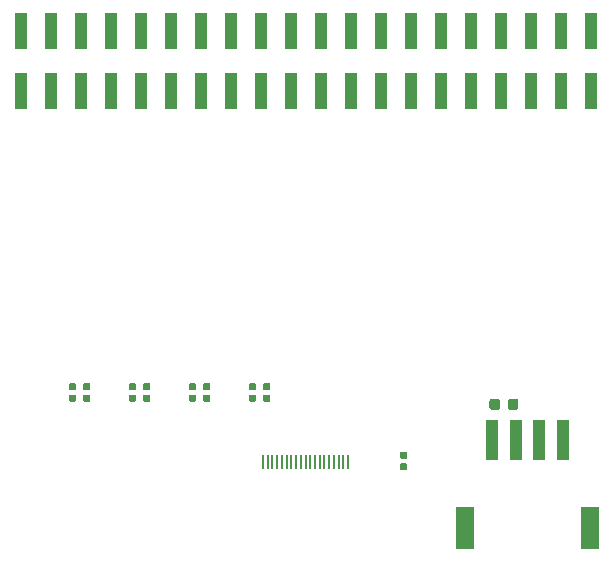
<source format=gtp>
G04 #@! TF.GenerationSoftware,KiCad,Pcbnew,(5.0.0)*
G04 #@! TF.CreationDate,2020-06-15T03:47:07+09:00*
G04 #@! TF.ProjectId,WioTerminal_TangNano,57696F5465726D696E616C5F54616E67,rev?*
G04 #@! TF.SameCoordinates,Original*
G04 #@! TF.FileFunction,Paste,Top*
G04 #@! TF.FilePolarity,Positive*
%FSLAX46Y46*%
G04 Gerber Fmt 4.6, Leading zero omitted, Abs format (unit mm)*
G04 Created by KiCad (PCBNEW (5.0.0)) date 06/15/20 03:47:07*
%MOMM*%
%LPD*%
G01*
G04 APERTURE LIST*
%ADD10R,1.000000X3.400000*%
%ADD11R,1.500000X3.600000*%
%ADD12C,0.100000*%
%ADD13C,0.875000*%
%ADD14R,0.220000X1.200000*%
%ADD15C,0.590000*%
%ADD16R,1.000000X3.150000*%
G04 APERTURE END LIST*
D10*
G04 #@! TO.C,J3*
X55800000Y9450000D03*
X53800000Y9450000D03*
X51800000Y9450000D03*
X49800000Y9450000D03*
D11*
X47500000Y1950000D03*
X58100000Y1950000D03*
G04 #@! TD*
D12*
G04 #@! TO.C,C12*
G36*
X50252691Y12923947D02*
X50273926Y12920797D01*
X50294750Y12915581D01*
X50314962Y12908349D01*
X50334368Y12899170D01*
X50352781Y12888134D01*
X50370024Y12875346D01*
X50385930Y12860930D01*
X50400346Y12845024D01*
X50413134Y12827781D01*
X50424170Y12809368D01*
X50433349Y12789962D01*
X50440581Y12769750D01*
X50445797Y12748926D01*
X50448947Y12727691D01*
X50450000Y12706250D01*
X50450000Y12193750D01*
X50448947Y12172309D01*
X50445797Y12151074D01*
X50440581Y12130250D01*
X50433349Y12110038D01*
X50424170Y12090632D01*
X50413134Y12072219D01*
X50400346Y12054976D01*
X50385930Y12039070D01*
X50370024Y12024654D01*
X50352781Y12011866D01*
X50334368Y12000830D01*
X50314962Y11991651D01*
X50294750Y11984419D01*
X50273926Y11979203D01*
X50252691Y11976053D01*
X50231250Y11975000D01*
X49793750Y11975000D01*
X49772309Y11976053D01*
X49751074Y11979203D01*
X49730250Y11984419D01*
X49710038Y11991651D01*
X49690632Y12000830D01*
X49672219Y12011866D01*
X49654976Y12024654D01*
X49639070Y12039070D01*
X49624654Y12054976D01*
X49611866Y12072219D01*
X49600830Y12090632D01*
X49591651Y12110038D01*
X49584419Y12130250D01*
X49579203Y12151074D01*
X49576053Y12172309D01*
X49575000Y12193750D01*
X49575000Y12706250D01*
X49576053Y12727691D01*
X49579203Y12748926D01*
X49584419Y12769750D01*
X49591651Y12789962D01*
X49600830Y12809368D01*
X49611866Y12827781D01*
X49624654Y12845024D01*
X49639070Y12860930D01*
X49654976Y12875346D01*
X49672219Y12888134D01*
X49690632Y12899170D01*
X49710038Y12908349D01*
X49730250Y12915581D01*
X49751074Y12920797D01*
X49772309Y12923947D01*
X49793750Y12925000D01*
X50231250Y12925000D01*
X50252691Y12923947D01*
X50252691Y12923947D01*
G37*
D13*
X50012500Y12450000D03*
D12*
G36*
X51827691Y12923947D02*
X51848926Y12920797D01*
X51869750Y12915581D01*
X51889962Y12908349D01*
X51909368Y12899170D01*
X51927781Y12888134D01*
X51945024Y12875346D01*
X51960930Y12860930D01*
X51975346Y12845024D01*
X51988134Y12827781D01*
X51999170Y12809368D01*
X52008349Y12789962D01*
X52015581Y12769750D01*
X52020797Y12748926D01*
X52023947Y12727691D01*
X52025000Y12706250D01*
X52025000Y12193750D01*
X52023947Y12172309D01*
X52020797Y12151074D01*
X52015581Y12130250D01*
X52008349Y12110038D01*
X51999170Y12090632D01*
X51988134Y12072219D01*
X51975346Y12054976D01*
X51960930Y12039070D01*
X51945024Y12024654D01*
X51927781Y12011866D01*
X51909368Y12000830D01*
X51889962Y11991651D01*
X51869750Y11984419D01*
X51848926Y11979203D01*
X51827691Y11976053D01*
X51806250Y11975000D01*
X51368750Y11975000D01*
X51347309Y11976053D01*
X51326074Y11979203D01*
X51305250Y11984419D01*
X51285038Y11991651D01*
X51265632Y12000830D01*
X51247219Y12011866D01*
X51229976Y12024654D01*
X51214070Y12039070D01*
X51199654Y12054976D01*
X51186866Y12072219D01*
X51175830Y12090632D01*
X51166651Y12110038D01*
X51159419Y12130250D01*
X51154203Y12151074D01*
X51151053Y12172309D01*
X51150000Y12193750D01*
X51150000Y12706250D01*
X51151053Y12727691D01*
X51154203Y12748926D01*
X51159419Y12769750D01*
X51166651Y12789962D01*
X51175830Y12809368D01*
X51186866Y12827781D01*
X51199654Y12845024D01*
X51214070Y12860930D01*
X51229976Y12875346D01*
X51247219Y12888134D01*
X51265632Y12899170D01*
X51285038Y12908349D01*
X51305250Y12915581D01*
X51326074Y12920797D01*
X51347309Y12923947D01*
X51368750Y12925000D01*
X51806250Y12925000D01*
X51827691Y12923947D01*
X51827691Y12923947D01*
G37*
D13*
X51587500Y12450000D03*
G04 #@! TD*
D14*
G04 #@! TO.C,J8*
X30400000Y7600000D03*
X30800000Y7600000D03*
X31200000Y7600000D03*
X31600000Y7600000D03*
X32000000Y7600000D03*
X32400000Y7600000D03*
X32800000Y7600000D03*
X33200000Y7600000D03*
X33600000Y7600000D03*
X34000000Y7600000D03*
X34400000Y7600000D03*
X34800000Y7600000D03*
X35200000Y7600000D03*
X35600000Y7600000D03*
X36000000Y7600000D03*
X36400000Y7600000D03*
X36800000Y7600000D03*
X37200000Y7600000D03*
X37600000Y7600000D03*
G04 #@! TD*
D12*
G04 #@! TO.C,R5*
G36*
X30896958Y13259290D02*
X30911276Y13257166D01*
X30925317Y13253649D01*
X30938946Y13248772D01*
X30952031Y13242583D01*
X30964447Y13235142D01*
X30976073Y13226519D01*
X30986798Y13216798D01*
X30996519Y13206073D01*
X31005142Y13194447D01*
X31012583Y13182031D01*
X31018772Y13168946D01*
X31023649Y13155317D01*
X31027166Y13141276D01*
X31029290Y13126958D01*
X31030000Y13112500D01*
X31030000Y12817500D01*
X31029290Y12803042D01*
X31027166Y12788724D01*
X31023649Y12774683D01*
X31018772Y12761054D01*
X31012583Y12747969D01*
X31005142Y12735553D01*
X30996519Y12723927D01*
X30986798Y12713202D01*
X30976073Y12703481D01*
X30964447Y12694858D01*
X30952031Y12687417D01*
X30938946Y12681228D01*
X30925317Y12676351D01*
X30911276Y12672834D01*
X30896958Y12670710D01*
X30882500Y12670000D01*
X30537500Y12670000D01*
X30523042Y12670710D01*
X30508724Y12672834D01*
X30494683Y12676351D01*
X30481054Y12681228D01*
X30467969Y12687417D01*
X30455553Y12694858D01*
X30443927Y12703481D01*
X30433202Y12713202D01*
X30423481Y12723927D01*
X30414858Y12735553D01*
X30407417Y12747969D01*
X30401228Y12761054D01*
X30396351Y12774683D01*
X30392834Y12788724D01*
X30390710Y12803042D01*
X30390000Y12817500D01*
X30390000Y13112500D01*
X30390710Y13126958D01*
X30392834Y13141276D01*
X30396351Y13155317D01*
X30401228Y13168946D01*
X30407417Y13182031D01*
X30414858Y13194447D01*
X30423481Y13206073D01*
X30433202Y13216798D01*
X30443927Y13226519D01*
X30455553Y13235142D01*
X30467969Y13242583D01*
X30481054Y13248772D01*
X30494683Y13253649D01*
X30508724Y13257166D01*
X30523042Y13259290D01*
X30537500Y13260000D01*
X30882500Y13260000D01*
X30896958Y13259290D01*
X30896958Y13259290D01*
G37*
D15*
X30710000Y12965000D03*
D12*
G36*
X30896958Y14229290D02*
X30911276Y14227166D01*
X30925317Y14223649D01*
X30938946Y14218772D01*
X30952031Y14212583D01*
X30964447Y14205142D01*
X30976073Y14196519D01*
X30986798Y14186798D01*
X30996519Y14176073D01*
X31005142Y14164447D01*
X31012583Y14152031D01*
X31018772Y14138946D01*
X31023649Y14125317D01*
X31027166Y14111276D01*
X31029290Y14096958D01*
X31030000Y14082500D01*
X31030000Y13787500D01*
X31029290Y13773042D01*
X31027166Y13758724D01*
X31023649Y13744683D01*
X31018772Y13731054D01*
X31012583Y13717969D01*
X31005142Y13705553D01*
X30996519Y13693927D01*
X30986798Y13683202D01*
X30976073Y13673481D01*
X30964447Y13664858D01*
X30952031Y13657417D01*
X30938946Y13651228D01*
X30925317Y13646351D01*
X30911276Y13642834D01*
X30896958Y13640710D01*
X30882500Y13640000D01*
X30537500Y13640000D01*
X30523042Y13640710D01*
X30508724Y13642834D01*
X30494683Y13646351D01*
X30481054Y13651228D01*
X30467969Y13657417D01*
X30455553Y13664858D01*
X30443927Y13673481D01*
X30433202Y13683202D01*
X30423481Y13693927D01*
X30414858Y13705553D01*
X30407417Y13717969D01*
X30401228Y13731054D01*
X30396351Y13744683D01*
X30392834Y13758724D01*
X30390710Y13773042D01*
X30390000Y13787500D01*
X30390000Y14082500D01*
X30390710Y14096958D01*
X30392834Y14111276D01*
X30396351Y14125317D01*
X30401228Y14138946D01*
X30407417Y14152031D01*
X30414858Y14164447D01*
X30423481Y14176073D01*
X30433202Y14186798D01*
X30443927Y14196519D01*
X30455553Y14205142D01*
X30467969Y14212583D01*
X30481054Y14218772D01*
X30494683Y14223649D01*
X30508724Y14227166D01*
X30523042Y14229290D01*
X30537500Y14230000D01*
X30882500Y14230000D01*
X30896958Y14229290D01*
X30896958Y14229290D01*
G37*
D15*
X30710000Y13935000D03*
G04 #@! TD*
D12*
G04 #@! TO.C,R6*
G36*
X29696958Y14229290D02*
X29711276Y14227166D01*
X29725317Y14223649D01*
X29738946Y14218772D01*
X29752031Y14212583D01*
X29764447Y14205142D01*
X29776073Y14196519D01*
X29786798Y14186798D01*
X29796519Y14176073D01*
X29805142Y14164447D01*
X29812583Y14152031D01*
X29818772Y14138946D01*
X29823649Y14125317D01*
X29827166Y14111276D01*
X29829290Y14096958D01*
X29830000Y14082500D01*
X29830000Y13787500D01*
X29829290Y13773042D01*
X29827166Y13758724D01*
X29823649Y13744683D01*
X29818772Y13731054D01*
X29812583Y13717969D01*
X29805142Y13705553D01*
X29796519Y13693927D01*
X29786798Y13683202D01*
X29776073Y13673481D01*
X29764447Y13664858D01*
X29752031Y13657417D01*
X29738946Y13651228D01*
X29725317Y13646351D01*
X29711276Y13642834D01*
X29696958Y13640710D01*
X29682500Y13640000D01*
X29337500Y13640000D01*
X29323042Y13640710D01*
X29308724Y13642834D01*
X29294683Y13646351D01*
X29281054Y13651228D01*
X29267969Y13657417D01*
X29255553Y13664858D01*
X29243927Y13673481D01*
X29233202Y13683202D01*
X29223481Y13693927D01*
X29214858Y13705553D01*
X29207417Y13717969D01*
X29201228Y13731054D01*
X29196351Y13744683D01*
X29192834Y13758724D01*
X29190710Y13773042D01*
X29190000Y13787500D01*
X29190000Y14082500D01*
X29190710Y14096958D01*
X29192834Y14111276D01*
X29196351Y14125317D01*
X29201228Y14138946D01*
X29207417Y14152031D01*
X29214858Y14164447D01*
X29223481Y14176073D01*
X29233202Y14186798D01*
X29243927Y14196519D01*
X29255553Y14205142D01*
X29267969Y14212583D01*
X29281054Y14218772D01*
X29294683Y14223649D01*
X29308724Y14227166D01*
X29323042Y14229290D01*
X29337500Y14230000D01*
X29682500Y14230000D01*
X29696958Y14229290D01*
X29696958Y14229290D01*
G37*
D15*
X29510000Y13935000D03*
D12*
G36*
X29696958Y13259290D02*
X29711276Y13257166D01*
X29725317Y13253649D01*
X29738946Y13248772D01*
X29752031Y13242583D01*
X29764447Y13235142D01*
X29776073Y13226519D01*
X29786798Y13216798D01*
X29796519Y13206073D01*
X29805142Y13194447D01*
X29812583Y13182031D01*
X29818772Y13168946D01*
X29823649Y13155317D01*
X29827166Y13141276D01*
X29829290Y13126958D01*
X29830000Y13112500D01*
X29830000Y12817500D01*
X29829290Y12803042D01*
X29827166Y12788724D01*
X29823649Y12774683D01*
X29818772Y12761054D01*
X29812583Y12747969D01*
X29805142Y12735553D01*
X29796519Y12723927D01*
X29786798Y12713202D01*
X29776073Y12703481D01*
X29764447Y12694858D01*
X29752031Y12687417D01*
X29738946Y12681228D01*
X29725317Y12676351D01*
X29711276Y12672834D01*
X29696958Y12670710D01*
X29682500Y12670000D01*
X29337500Y12670000D01*
X29323042Y12670710D01*
X29308724Y12672834D01*
X29294683Y12676351D01*
X29281054Y12681228D01*
X29267969Y12687417D01*
X29255553Y12694858D01*
X29243927Y12703481D01*
X29233202Y12713202D01*
X29223481Y12723927D01*
X29214858Y12735553D01*
X29207417Y12747969D01*
X29201228Y12761054D01*
X29196351Y12774683D01*
X29192834Y12788724D01*
X29190710Y12803042D01*
X29190000Y12817500D01*
X29190000Y13112500D01*
X29190710Y13126958D01*
X29192834Y13141276D01*
X29196351Y13155317D01*
X29201228Y13168946D01*
X29207417Y13182031D01*
X29214858Y13194447D01*
X29223481Y13206073D01*
X29233202Y13216798D01*
X29243927Y13226519D01*
X29255553Y13235142D01*
X29267969Y13242583D01*
X29281054Y13248772D01*
X29294683Y13253649D01*
X29308724Y13257166D01*
X29323042Y13259290D01*
X29337500Y13260000D01*
X29682500Y13260000D01*
X29696958Y13259290D01*
X29696958Y13259290D01*
G37*
D15*
X29510000Y12965000D03*
G04 #@! TD*
D12*
G04 #@! TO.C,R7*
G36*
X25816958Y14229290D02*
X25831276Y14227166D01*
X25845317Y14223649D01*
X25858946Y14218772D01*
X25872031Y14212583D01*
X25884447Y14205142D01*
X25896073Y14196519D01*
X25906798Y14186798D01*
X25916519Y14176073D01*
X25925142Y14164447D01*
X25932583Y14152031D01*
X25938772Y14138946D01*
X25943649Y14125317D01*
X25947166Y14111276D01*
X25949290Y14096958D01*
X25950000Y14082500D01*
X25950000Y13787500D01*
X25949290Y13773042D01*
X25947166Y13758724D01*
X25943649Y13744683D01*
X25938772Y13731054D01*
X25932583Y13717969D01*
X25925142Y13705553D01*
X25916519Y13693927D01*
X25906798Y13683202D01*
X25896073Y13673481D01*
X25884447Y13664858D01*
X25872031Y13657417D01*
X25858946Y13651228D01*
X25845317Y13646351D01*
X25831276Y13642834D01*
X25816958Y13640710D01*
X25802500Y13640000D01*
X25457500Y13640000D01*
X25443042Y13640710D01*
X25428724Y13642834D01*
X25414683Y13646351D01*
X25401054Y13651228D01*
X25387969Y13657417D01*
X25375553Y13664858D01*
X25363927Y13673481D01*
X25353202Y13683202D01*
X25343481Y13693927D01*
X25334858Y13705553D01*
X25327417Y13717969D01*
X25321228Y13731054D01*
X25316351Y13744683D01*
X25312834Y13758724D01*
X25310710Y13773042D01*
X25310000Y13787500D01*
X25310000Y14082500D01*
X25310710Y14096958D01*
X25312834Y14111276D01*
X25316351Y14125317D01*
X25321228Y14138946D01*
X25327417Y14152031D01*
X25334858Y14164447D01*
X25343481Y14176073D01*
X25353202Y14186798D01*
X25363927Y14196519D01*
X25375553Y14205142D01*
X25387969Y14212583D01*
X25401054Y14218772D01*
X25414683Y14223649D01*
X25428724Y14227166D01*
X25443042Y14229290D01*
X25457500Y14230000D01*
X25802500Y14230000D01*
X25816958Y14229290D01*
X25816958Y14229290D01*
G37*
D15*
X25630000Y13935000D03*
D12*
G36*
X25816958Y13259290D02*
X25831276Y13257166D01*
X25845317Y13253649D01*
X25858946Y13248772D01*
X25872031Y13242583D01*
X25884447Y13235142D01*
X25896073Y13226519D01*
X25906798Y13216798D01*
X25916519Y13206073D01*
X25925142Y13194447D01*
X25932583Y13182031D01*
X25938772Y13168946D01*
X25943649Y13155317D01*
X25947166Y13141276D01*
X25949290Y13126958D01*
X25950000Y13112500D01*
X25950000Y12817500D01*
X25949290Y12803042D01*
X25947166Y12788724D01*
X25943649Y12774683D01*
X25938772Y12761054D01*
X25932583Y12747969D01*
X25925142Y12735553D01*
X25916519Y12723927D01*
X25906798Y12713202D01*
X25896073Y12703481D01*
X25884447Y12694858D01*
X25872031Y12687417D01*
X25858946Y12681228D01*
X25845317Y12676351D01*
X25831276Y12672834D01*
X25816958Y12670710D01*
X25802500Y12670000D01*
X25457500Y12670000D01*
X25443042Y12670710D01*
X25428724Y12672834D01*
X25414683Y12676351D01*
X25401054Y12681228D01*
X25387969Y12687417D01*
X25375553Y12694858D01*
X25363927Y12703481D01*
X25353202Y12713202D01*
X25343481Y12723927D01*
X25334858Y12735553D01*
X25327417Y12747969D01*
X25321228Y12761054D01*
X25316351Y12774683D01*
X25312834Y12788724D01*
X25310710Y12803042D01*
X25310000Y12817500D01*
X25310000Y13112500D01*
X25310710Y13126958D01*
X25312834Y13141276D01*
X25316351Y13155317D01*
X25321228Y13168946D01*
X25327417Y13182031D01*
X25334858Y13194447D01*
X25343481Y13206073D01*
X25353202Y13216798D01*
X25363927Y13226519D01*
X25375553Y13235142D01*
X25387969Y13242583D01*
X25401054Y13248772D01*
X25414683Y13253649D01*
X25428724Y13257166D01*
X25443042Y13259290D01*
X25457500Y13260000D01*
X25802500Y13260000D01*
X25816958Y13259290D01*
X25816958Y13259290D01*
G37*
D15*
X25630000Y12965000D03*
G04 #@! TD*
D12*
G04 #@! TO.C,R8*
G36*
X24616958Y13259290D02*
X24631276Y13257166D01*
X24645317Y13253649D01*
X24658946Y13248772D01*
X24672031Y13242583D01*
X24684447Y13235142D01*
X24696073Y13226519D01*
X24706798Y13216798D01*
X24716519Y13206073D01*
X24725142Y13194447D01*
X24732583Y13182031D01*
X24738772Y13168946D01*
X24743649Y13155317D01*
X24747166Y13141276D01*
X24749290Y13126958D01*
X24750000Y13112500D01*
X24750000Y12817500D01*
X24749290Y12803042D01*
X24747166Y12788724D01*
X24743649Y12774683D01*
X24738772Y12761054D01*
X24732583Y12747969D01*
X24725142Y12735553D01*
X24716519Y12723927D01*
X24706798Y12713202D01*
X24696073Y12703481D01*
X24684447Y12694858D01*
X24672031Y12687417D01*
X24658946Y12681228D01*
X24645317Y12676351D01*
X24631276Y12672834D01*
X24616958Y12670710D01*
X24602500Y12670000D01*
X24257500Y12670000D01*
X24243042Y12670710D01*
X24228724Y12672834D01*
X24214683Y12676351D01*
X24201054Y12681228D01*
X24187969Y12687417D01*
X24175553Y12694858D01*
X24163927Y12703481D01*
X24153202Y12713202D01*
X24143481Y12723927D01*
X24134858Y12735553D01*
X24127417Y12747969D01*
X24121228Y12761054D01*
X24116351Y12774683D01*
X24112834Y12788724D01*
X24110710Y12803042D01*
X24110000Y12817500D01*
X24110000Y13112500D01*
X24110710Y13126958D01*
X24112834Y13141276D01*
X24116351Y13155317D01*
X24121228Y13168946D01*
X24127417Y13182031D01*
X24134858Y13194447D01*
X24143481Y13206073D01*
X24153202Y13216798D01*
X24163927Y13226519D01*
X24175553Y13235142D01*
X24187969Y13242583D01*
X24201054Y13248772D01*
X24214683Y13253649D01*
X24228724Y13257166D01*
X24243042Y13259290D01*
X24257500Y13260000D01*
X24602500Y13260000D01*
X24616958Y13259290D01*
X24616958Y13259290D01*
G37*
D15*
X24430000Y12965000D03*
D12*
G36*
X24616958Y14229290D02*
X24631276Y14227166D01*
X24645317Y14223649D01*
X24658946Y14218772D01*
X24672031Y14212583D01*
X24684447Y14205142D01*
X24696073Y14196519D01*
X24706798Y14186798D01*
X24716519Y14176073D01*
X24725142Y14164447D01*
X24732583Y14152031D01*
X24738772Y14138946D01*
X24743649Y14125317D01*
X24747166Y14111276D01*
X24749290Y14096958D01*
X24750000Y14082500D01*
X24750000Y13787500D01*
X24749290Y13773042D01*
X24747166Y13758724D01*
X24743649Y13744683D01*
X24738772Y13731054D01*
X24732583Y13717969D01*
X24725142Y13705553D01*
X24716519Y13693927D01*
X24706798Y13683202D01*
X24696073Y13673481D01*
X24684447Y13664858D01*
X24672031Y13657417D01*
X24658946Y13651228D01*
X24645317Y13646351D01*
X24631276Y13642834D01*
X24616958Y13640710D01*
X24602500Y13640000D01*
X24257500Y13640000D01*
X24243042Y13640710D01*
X24228724Y13642834D01*
X24214683Y13646351D01*
X24201054Y13651228D01*
X24187969Y13657417D01*
X24175553Y13664858D01*
X24163927Y13673481D01*
X24153202Y13683202D01*
X24143481Y13693927D01*
X24134858Y13705553D01*
X24127417Y13717969D01*
X24121228Y13731054D01*
X24116351Y13744683D01*
X24112834Y13758724D01*
X24110710Y13773042D01*
X24110000Y13787500D01*
X24110000Y14082500D01*
X24110710Y14096958D01*
X24112834Y14111276D01*
X24116351Y14125317D01*
X24121228Y14138946D01*
X24127417Y14152031D01*
X24134858Y14164447D01*
X24143481Y14176073D01*
X24153202Y14186798D01*
X24163927Y14196519D01*
X24175553Y14205142D01*
X24187969Y14212583D01*
X24201054Y14218772D01*
X24214683Y14223649D01*
X24228724Y14227166D01*
X24243042Y14229290D01*
X24257500Y14230000D01*
X24602500Y14230000D01*
X24616958Y14229290D01*
X24616958Y14229290D01*
G37*
D15*
X24430000Y13935000D03*
G04 #@! TD*
D12*
G04 #@! TO.C,R9*
G36*
X20736958Y14229290D02*
X20751276Y14227166D01*
X20765317Y14223649D01*
X20778946Y14218772D01*
X20792031Y14212583D01*
X20804447Y14205142D01*
X20816073Y14196519D01*
X20826798Y14186798D01*
X20836519Y14176073D01*
X20845142Y14164447D01*
X20852583Y14152031D01*
X20858772Y14138946D01*
X20863649Y14125317D01*
X20867166Y14111276D01*
X20869290Y14096958D01*
X20870000Y14082500D01*
X20870000Y13787500D01*
X20869290Y13773042D01*
X20867166Y13758724D01*
X20863649Y13744683D01*
X20858772Y13731054D01*
X20852583Y13717969D01*
X20845142Y13705553D01*
X20836519Y13693927D01*
X20826798Y13683202D01*
X20816073Y13673481D01*
X20804447Y13664858D01*
X20792031Y13657417D01*
X20778946Y13651228D01*
X20765317Y13646351D01*
X20751276Y13642834D01*
X20736958Y13640710D01*
X20722500Y13640000D01*
X20377500Y13640000D01*
X20363042Y13640710D01*
X20348724Y13642834D01*
X20334683Y13646351D01*
X20321054Y13651228D01*
X20307969Y13657417D01*
X20295553Y13664858D01*
X20283927Y13673481D01*
X20273202Y13683202D01*
X20263481Y13693927D01*
X20254858Y13705553D01*
X20247417Y13717969D01*
X20241228Y13731054D01*
X20236351Y13744683D01*
X20232834Y13758724D01*
X20230710Y13773042D01*
X20230000Y13787500D01*
X20230000Y14082500D01*
X20230710Y14096958D01*
X20232834Y14111276D01*
X20236351Y14125317D01*
X20241228Y14138946D01*
X20247417Y14152031D01*
X20254858Y14164447D01*
X20263481Y14176073D01*
X20273202Y14186798D01*
X20283927Y14196519D01*
X20295553Y14205142D01*
X20307969Y14212583D01*
X20321054Y14218772D01*
X20334683Y14223649D01*
X20348724Y14227166D01*
X20363042Y14229290D01*
X20377500Y14230000D01*
X20722500Y14230000D01*
X20736958Y14229290D01*
X20736958Y14229290D01*
G37*
D15*
X20550000Y13935000D03*
D12*
G36*
X20736958Y13259290D02*
X20751276Y13257166D01*
X20765317Y13253649D01*
X20778946Y13248772D01*
X20792031Y13242583D01*
X20804447Y13235142D01*
X20816073Y13226519D01*
X20826798Y13216798D01*
X20836519Y13206073D01*
X20845142Y13194447D01*
X20852583Y13182031D01*
X20858772Y13168946D01*
X20863649Y13155317D01*
X20867166Y13141276D01*
X20869290Y13126958D01*
X20870000Y13112500D01*
X20870000Y12817500D01*
X20869290Y12803042D01*
X20867166Y12788724D01*
X20863649Y12774683D01*
X20858772Y12761054D01*
X20852583Y12747969D01*
X20845142Y12735553D01*
X20836519Y12723927D01*
X20826798Y12713202D01*
X20816073Y12703481D01*
X20804447Y12694858D01*
X20792031Y12687417D01*
X20778946Y12681228D01*
X20765317Y12676351D01*
X20751276Y12672834D01*
X20736958Y12670710D01*
X20722500Y12670000D01*
X20377500Y12670000D01*
X20363042Y12670710D01*
X20348724Y12672834D01*
X20334683Y12676351D01*
X20321054Y12681228D01*
X20307969Y12687417D01*
X20295553Y12694858D01*
X20283927Y12703481D01*
X20273202Y12713202D01*
X20263481Y12723927D01*
X20254858Y12735553D01*
X20247417Y12747969D01*
X20241228Y12761054D01*
X20236351Y12774683D01*
X20232834Y12788724D01*
X20230710Y12803042D01*
X20230000Y12817500D01*
X20230000Y13112500D01*
X20230710Y13126958D01*
X20232834Y13141276D01*
X20236351Y13155317D01*
X20241228Y13168946D01*
X20247417Y13182031D01*
X20254858Y13194447D01*
X20263481Y13206073D01*
X20273202Y13216798D01*
X20283927Y13226519D01*
X20295553Y13235142D01*
X20307969Y13242583D01*
X20321054Y13248772D01*
X20334683Y13253649D01*
X20348724Y13257166D01*
X20363042Y13259290D01*
X20377500Y13260000D01*
X20722500Y13260000D01*
X20736958Y13259290D01*
X20736958Y13259290D01*
G37*
D15*
X20550000Y12965000D03*
G04 #@! TD*
D12*
G04 #@! TO.C,R10*
G36*
X19536958Y13259290D02*
X19551276Y13257166D01*
X19565317Y13253649D01*
X19578946Y13248772D01*
X19592031Y13242583D01*
X19604447Y13235142D01*
X19616073Y13226519D01*
X19626798Y13216798D01*
X19636519Y13206073D01*
X19645142Y13194447D01*
X19652583Y13182031D01*
X19658772Y13168946D01*
X19663649Y13155317D01*
X19667166Y13141276D01*
X19669290Y13126958D01*
X19670000Y13112500D01*
X19670000Y12817500D01*
X19669290Y12803042D01*
X19667166Y12788724D01*
X19663649Y12774683D01*
X19658772Y12761054D01*
X19652583Y12747969D01*
X19645142Y12735553D01*
X19636519Y12723927D01*
X19626798Y12713202D01*
X19616073Y12703481D01*
X19604447Y12694858D01*
X19592031Y12687417D01*
X19578946Y12681228D01*
X19565317Y12676351D01*
X19551276Y12672834D01*
X19536958Y12670710D01*
X19522500Y12670000D01*
X19177500Y12670000D01*
X19163042Y12670710D01*
X19148724Y12672834D01*
X19134683Y12676351D01*
X19121054Y12681228D01*
X19107969Y12687417D01*
X19095553Y12694858D01*
X19083927Y12703481D01*
X19073202Y12713202D01*
X19063481Y12723927D01*
X19054858Y12735553D01*
X19047417Y12747969D01*
X19041228Y12761054D01*
X19036351Y12774683D01*
X19032834Y12788724D01*
X19030710Y12803042D01*
X19030000Y12817500D01*
X19030000Y13112500D01*
X19030710Y13126958D01*
X19032834Y13141276D01*
X19036351Y13155317D01*
X19041228Y13168946D01*
X19047417Y13182031D01*
X19054858Y13194447D01*
X19063481Y13206073D01*
X19073202Y13216798D01*
X19083927Y13226519D01*
X19095553Y13235142D01*
X19107969Y13242583D01*
X19121054Y13248772D01*
X19134683Y13253649D01*
X19148724Y13257166D01*
X19163042Y13259290D01*
X19177500Y13260000D01*
X19522500Y13260000D01*
X19536958Y13259290D01*
X19536958Y13259290D01*
G37*
D15*
X19350000Y12965000D03*
D12*
G36*
X19536958Y14229290D02*
X19551276Y14227166D01*
X19565317Y14223649D01*
X19578946Y14218772D01*
X19592031Y14212583D01*
X19604447Y14205142D01*
X19616073Y14196519D01*
X19626798Y14186798D01*
X19636519Y14176073D01*
X19645142Y14164447D01*
X19652583Y14152031D01*
X19658772Y14138946D01*
X19663649Y14125317D01*
X19667166Y14111276D01*
X19669290Y14096958D01*
X19670000Y14082500D01*
X19670000Y13787500D01*
X19669290Y13773042D01*
X19667166Y13758724D01*
X19663649Y13744683D01*
X19658772Y13731054D01*
X19652583Y13717969D01*
X19645142Y13705553D01*
X19636519Y13693927D01*
X19626798Y13683202D01*
X19616073Y13673481D01*
X19604447Y13664858D01*
X19592031Y13657417D01*
X19578946Y13651228D01*
X19565317Y13646351D01*
X19551276Y13642834D01*
X19536958Y13640710D01*
X19522500Y13640000D01*
X19177500Y13640000D01*
X19163042Y13640710D01*
X19148724Y13642834D01*
X19134683Y13646351D01*
X19121054Y13651228D01*
X19107969Y13657417D01*
X19095553Y13664858D01*
X19083927Y13673481D01*
X19073202Y13683202D01*
X19063481Y13693927D01*
X19054858Y13705553D01*
X19047417Y13717969D01*
X19041228Y13731054D01*
X19036351Y13744683D01*
X19032834Y13758724D01*
X19030710Y13773042D01*
X19030000Y13787500D01*
X19030000Y14082500D01*
X19030710Y14096958D01*
X19032834Y14111276D01*
X19036351Y14125317D01*
X19041228Y14138946D01*
X19047417Y14152031D01*
X19054858Y14164447D01*
X19063481Y14176073D01*
X19073202Y14186798D01*
X19083927Y14196519D01*
X19095553Y14205142D01*
X19107969Y14212583D01*
X19121054Y14218772D01*
X19134683Y14223649D01*
X19148724Y14227166D01*
X19163042Y14229290D01*
X19177500Y14230000D01*
X19522500Y14230000D01*
X19536958Y14229290D01*
X19536958Y14229290D01*
G37*
D15*
X19350000Y13935000D03*
G04 #@! TD*
D12*
G04 #@! TO.C,R15*
G36*
X15656958Y14229290D02*
X15671276Y14227166D01*
X15685317Y14223649D01*
X15698946Y14218772D01*
X15712031Y14212583D01*
X15724447Y14205142D01*
X15736073Y14196519D01*
X15746798Y14186798D01*
X15756519Y14176073D01*
X15765142Y14164447D01*
X15772583Y14152031D01*
X15778772Y14138946D01*
X15783649Y14125317D01*
X15787166Y14111276D01*
X15789290Y14096958D01*
X15790000Y14082500D01*
X15790000Y13787500D01*
X15789290Y13773042D01*
X15787166Y13758724D01*
X15783649Y13744683D01*
X15778772Y13731054D01*
X15772583Y13717969D01*
X15765142Y13705553D01*
X15756519Y13693927D01*
X15746798Y13683202D01*
X15736073Y13673481D01*
X15724447Y13664858D01*
X15712031Y13657417D01*
X15698946Y13651228D01*
X15685317Y13646351D01*
X15671276Y13642834D01*
X15656958Y13640710D01*
X15642500Y13640000D01*
X15297500Y13640000D01*
X15283042Y13640710D01*
X15268724Y13642834D01*
X15254683Y13646351D01*
X15241054Y13651228D01*
X15227969Y13657417D01*
X15215553Y13664858D01*
X15203927Y13673481D01*
X15193202Y13683202D01*
X15183481Y13693927D01*
X15174858Y13705553D01*
X15167417Y13717969D01*
X15161228Y13731054D01*
X15156351Y13744683D01*
X15152834Y13758724D01*
X15150710Y13773042D01*
X15150000Y13787500D01*
X15150000Y14082500D01*
X15150710Y14096958D01*
X15152834Y14111276D01*
X15156351Y14125317D01*
X15161228Y14138946D01*
X15167417Y14152031D01*
X15174858Y14164447D01*
X15183481Y14176073D01*
X15193202Y14186798D01*
X15203927Y14196519D01*
X15215553Y14205142D01*
X15227969Y14212583D01*
X15241054Y14218772D01*
X15254683Y14223649D01*
X15268724Y14227166D01*
X15283042Y14229290D01*
X15297500Y14230000D01*
X15642500Y14230000D01*
X15656958Y14229290D01*
X15656958Y14229290D01*
G37*
D15*
X15470000Y13935000D03*
D12*
G36*
X15656958Y13259290D02*
X15671276Y13257166D01*
X15685317Y13253649D01*
X15698946Y13248772D01*
X15712031Y13242583D01*
X15724447Y13235142D01*
X15736073Y13226519D01*
X15746798Y13216798D01*
X15756519Y13206073D01*
X15765142Y13194447D01*
X15772583Y13182031D01*
X15778772Y13168946D01*
X15783649Y13155317D01*
X15787166Y13141276D01*
X15789290Y13126958D01*
X15790000Y13112500D01*
X15790000Y12817500D01*
X15789290Y12803042D01*
X15787166Y12788724D01*
X15783649Y12774683D01*
X15778772Y12761054D01*
X15772583Y12747969D01*
X15765142Y12735553D01*
X15756519Y12723927D01*
X15746798Y12713202D01*
X15736073Y12703481D01*
X15724447Y12694858D01*
X15712031Y12687417D01*
X15698946Y12681228D01*
X15685317Y12676351D01*
X15671276Y12672834D01*
X15656958Y12670710D01*
X15642500Y12670000D01*
X15297500Y12670000D01*
X15283042Y12670710D01*
X15268724Y12672834D01*
X15254683Y12676351D01*
X15241054Y12681228D01*
X15227969Y12687417D01*
X15215553Y12694858D01*
X15203927Y12703481D01*
X15193202Y12713202D01*
X15183481Y12723927D01*
X15174858Y12735553D01*
X15167417Y12747969D01*
X15161228Y12761054D01*
X15156351Y12774683D01*
X15152834Y12788724D01*
X15150710Y12803042D01*
X15150000Y12817500D01*
X15150000Y13112500D01*
X15150710Y13126958D01*
X15152834Y13141276D01*
X15156351Y13155317D01*
X15161228Y13168946D01*
X15167417Y13182031D01*
X15174858Y13194447D01*
X15183481Y13206073D01*
X15193202Y13216798D01*
X15203927Y13226519D01*
X15215553Y13235142D01*
X15227969Y13242583D01*
X15241054Y13248772D01*
X15254683Y13253649D01*
X15268724Y13257166D01*
X15283042Y13259290D01*
X15297500Y13260000D01*
X15642500Y13260000D01*
X15656958Y13259290D01*
X15656958Y13259290D01*
G37*
D15*
X15470000Y12965000D03*
G04 #@! TD*
D12*
G04 #@! TO.C,R16*
G36*
X14456958Y13259290D02*
X14471276Y13257166D01*
X14485317Y13253649D01*
X14498946Y13248772D01*
X14512031Y13242583D01*
X14524447Y13235142D01*
X14536073Y13226519D01*
X14546798Y13216798D01*
X14556519Y13206073D01*
X14565142Y13194447D01*
X14572583Y13182031D01*
X14578772Y13168946D01*
X14583649Y13155317D01*
X14587166Y13141276D01*
X14589290Y13126958D01*
X14590000Y13112500D01*
X14590000Y12817500D01*
X14589290Y12803042D01*
X14587166Y12788724D01*
X14583649Y12774683D01*
X14578772Y12761054D01*
X14572583Y12747969D01*
X14565142Y12735553D01*
X14556519Y12723927D01*
X14546798Y12713202D01*
X14536073Y12703481D01*
X14524447Y12694858D01*
X14512031Y12687417D01*
X14498946Y12681228D01*
X14485317Y12676351D01*
X14471276Y12672834D01*
X14456958Y12670710D01*
X14442500Y12670000D01*
X14097500Y12670000D01*
X14083042Y12670710D01*
X14068724Y12672834D01*
X14054683Y12676351D01*
X14041054Y12681228D01*
X14027969Y12687417D01*
X14015553Y12694858D01*
X14003927Y12703481D01*
X13993202Y12713202D01*
X13983481Y12723927D01*
X13974858Y12735553D01*
X13967417Y12747969D01*
X13961228Y12761054D01*
X13956351Y12774683D01*
X13952834Y12788724D01*
X13950710Y12803042D01*
X13950000Y12817500D01*
X13950000Y13112500D01*
X13950710Y13126958D01*
X13952834Y13141276D01*
X13956351Y13155317D01*
X13961228Y13168946D01*
X13967417Y13182031D01*
X13974858Y13194447D01*
X13983481Y13206073D01*
X13993202Y13216798D01*
X14003927Y13226519D01*
X14015553Y13235142D01*
X14027969Y13242583D01*
X14041054Y13248772D01*
X14054683Y13253649D01*
X14068724Y13257166D01*
X14083042Y13259290D01*
X14097500Y13260000D01*
X14442500Y13260000D01*
X14456958Y13259290D01*
X14456958Y13259290D01*
G37*
D15*
X14270000Y12965000D03*
D12*
G36*
X14456958Y14229290D02*
X14471276Y14227166D01*
X14485317Y14223649D01*
X14498946Y14218772D01*
X14512031Y14212583D01*
X14524447Y14205142D01*
X14536073Y14196519D01*
X14546798Y14186798D01*
X14556519Y14176073D01*
X14565142Y14164447D01*
X14572583Y14152031D01*
X14578772Y14138946D01*
X14583649Y14125317D01*
X14587166Y14111276D01*
X14589290Y14096958D01*
X14590000Y14082500D01*
X14590000Y13787500D01*
X14589290Y13773042D01*
X14587166Y13758724D01*
X14583649Y13744683D01*
X14578772Y13731054D01*
X14572583Y13717969D01*
X14565142Y13705553D01*
X14556519Y13693927D01*
X14546798Y13683202D01*
X14536073Y13673481D01*
X14524447Y13664858D01*
X14512031Y13657417D01*
X14498946Y13651228D01*
X14485317Y13646351D01*
X14471276Y13642834D01*
X14456958Y13640710D01*
X14442500Y13640000D01*
X14097500Y13640000D01*
X14083042Y13640710D01*
X14068724Y13642834D01*
X14054683Y13646351D01*
X14041054Y13651228D01*
X14027969Y13657417D01*
X14015553Y13664858D01*
X14003927Y13673481D01*
X13993202Y13683202D01*
X13983481Y13693927D01*
X13974858Y13705553D01*
X13967417Y13717969D01*
X13961228Y13731054D01*
X13956351Y13744683D01*
X13952834Y13758724D01*
X13950710Y13773042D01*
X13950000Y13787500D01*
X13950000Y14082500D01*
X13950710Y14096958D01*
X13952834Y14111276D01*
X13956351Y14125317D01*
X13961228Y14138946D01*
X13967417Y14152031D01*
X13974858Y14164447D01*
X13983481Y14176073D01*
X13993202Y14186798D01*
X14003927Y14196519D01*
X14015553Y14205142D01*
X14027969Y14212583D01*
X14041054Y14218772D01*
X14054683Y14223649D01*
X14068724Y14227166D01*
X14083042Y14229290D01*
X14097500Y14230000D01*
X14442500Y14230000D01*
X14456958Y14229290D01*
X14456958Y14229290D01*
G37*
D15*
X14270000Y13935000D03*
G04 #@! TD*
D12*
G04 #@! TO.C,R17*
G36*
X42486958Y8429290D02*
X42501276Y8427166D01*
X42515317Y8423649D01*
X42528946Y8418772D01*
X42542031Y8412583D01*
X42554447Y8405142D01*
X42566073Y8396519D01*
X42576798Y8386798D01*
X42586519Y8376073D01*
X42595142Y8364447D01*
X42602583Y8352031D01*
X42608772Y8338946D01*
X42613649Y8325317D01*
X42617166Y8311276D01*
X42619290Y8296958D01*
X42620000Y8282500D01*
X42620000Y7987500D01*
X42619290Y7973042D01*
X42617166Y7958724D01*
X42613649Y7944683D01*
X42608772Y7931054D01*
X42602583Y7917969D01*
X42595142Y7905553D01*
X42586519Y7893927D01*
X42576798Y7883202D01*
X42566073Y7873481D01*
X42554447Y7864858D01*
X42542031Y7857417D01*
X42528946Y7851228D01*
X42515317Y7846351D01*
X42501276Y7842834D01*
X42486958Y7840710D01*
X42472500Y7840000D01*
X42127500Y7840000D01*
X42113042Y7840710D01*
X42098724Y7842834D01*
X42084683Y7846351D01*
X42071054Y7851228D01*
X42057969Y7857417D01*
X42045553Y7864858D01*
X42033927Y7873481D01*
X42023202Y7883202D01*
X42013481Y7893927D01*
X42004858Y7905553D01*
X41997417Y7917969D01*
X41991228Y7931054D01*
X41986351Y7944683D01*
X41982834Y7958724D01*
X41980710Y7973042D01*
X41980000Y7987500D01*
X41980000Y8282500D01*
X41980710Y8296958D01*
X41982834Y8311276D01*
X41986351Y8325317D01*
X41991228Y8338946D01*
X41997417Y8352031D01*
X42004858Y8364447D01*
X42013481Y8376073D01*
X42023202Y8386798D01*
X42033927Y8396519D01*
X42045553Y8405142D01*
X42057969Y8412583D01*
X42071054Y8418772D01*
X42084683Y8423649D01*
X42098724Y8427166D01*
X42113042Y8429290D01*
X42127500Y8430000D01*
X42472500Y8430000D01*
X42486958Y8429290D01*
X42486958Y8429290D01*
G37*
D15*
X42300000Y8135000D03*
D12*
G36*
X42486958Y7459290D02*
X42501276Y7457166D01*
X42515317Y7453649D01*
X42528946Y7448772D01*
X42542031Y7442583D01*
X42554447Y7435142D01*
X42566073Y7426519D01*
X42576798Y7416798D01*
X42586519Y7406073D01*
X42595142Y7394447D01*
X42602583Y7382031D01*
X42608772Y7368946D01*
X42613649Y7355317D01*
X42617166Y7341276D01*
X42619290Y7326958D01*
X42620000Y7312500D01*
X42620000Y7017500D01*
X42619290Y7003042D01*
X42617166Y6988724D01*
X42613649Y6974683D01*
X42608772Y6961054D01*
X42602583Y6947969D01*
X42595142Y6935553D01*
X42586519Y6923927D01*
X42576798Y6913202D01*
X42566073Y6903481D01*
X42554447Y6894858D01*
X42542031Y6887417D01*
X42528946Y6881228D01*
X42515317Y6876351D01*
X42501276Y6872834D01*
X42486958Y6870710D01*
X42472500Y6870000D01*
X42127500Y6870000D01*
X42113042Y6870710D01*
X42098724Y6872834D01*
X42084683Y6876351D01*
X42071054Y6881228D01*
X42057969Y6887417D01*
X42045553Y6894858D01*
X42033927Y6903481D01*
X42023202Y6913202D01*
X42013481Y6923927D01*
X42004858Y6935553D01*
X41997417Y6947969D01*
X41991228Y6961054D01*
X41986351Y6974683D01*
X41982834Y6988724D01*
X41980710Y7003042D01*
X41980000Y7017500D01*
X41980000Y7312500D01*
X41980710Y7326958D01*
X41982834Y7341276D01*
X41986351Y7355317D01*
X41991228Y7368946D01*
X41997417Y7382031D01*
X42004858Y7394447D01*
X42013481Y7406073D01*
X42023202Y7416798D01*
X42033927Y7426519D01*
X42045553Y7435142D01*
X42057969Y7442583D01*
X42071054Y7448772D01*
X42084683Y7453649D01*
X42098724Y7457166D01*
X42113042Y7459290D01*
X42127500Y7460000D01*
X42472500Y7460000D01*
X42486958Y7459290D01*
X42486958Y7459290D01*
G37*
D15*
X42300000Y7165000D03*
G04 #@! TD*
D16*
G04 #@! TO.C,J1*
X9870000Y38975000D03*
X9870000Y44025000D03*
X12410000Y38975000D03*
X12410000Y44025000D03*
X14950000Y38975000D03*
X14950000Y44025000D03*
X17490000Y38975000D03*
X17490000Y44025000D03*
X20030000Y38975000D03*
X20030000Y44025000D03*
X22570000Y38975000D03*
X22570000Y44025000D03*
X25110000Y38975000D03*
X25110000Y44025000D03*
X27650000Y38975000D03*
X27650000Y44025000D03*
X30190000Y38975000D03*
X30190000Y44025000D03*
X32730000Y38975000D03*
X32730000Y44025000D03*
X35270000Y38975000D03*
X35270000Y44025000D03*
X37810000Y38975000D03*
X37810000Y44025000D03*
X40350000Y38975000D03*
X40350000Y44025000D03*
X42890000Y38975000D03*
X42890000Y44025000D03*
X45430000Y38975000D03*
X45430000Y44025000D03*
X47970000Y38975000D03*
X47970000Y44025000D03*
X50510000Y38975000D03*
X50510000Y44025000D03*
X53050000Y38975000D03*
X53050000Y44025000D03*
X55590000Y38975000D03*
X55590000Y44025000D03*
X58130000Y38975000D03*
X58130000Y44025000D03*
G04 #@! TD*
M02*

</source>
